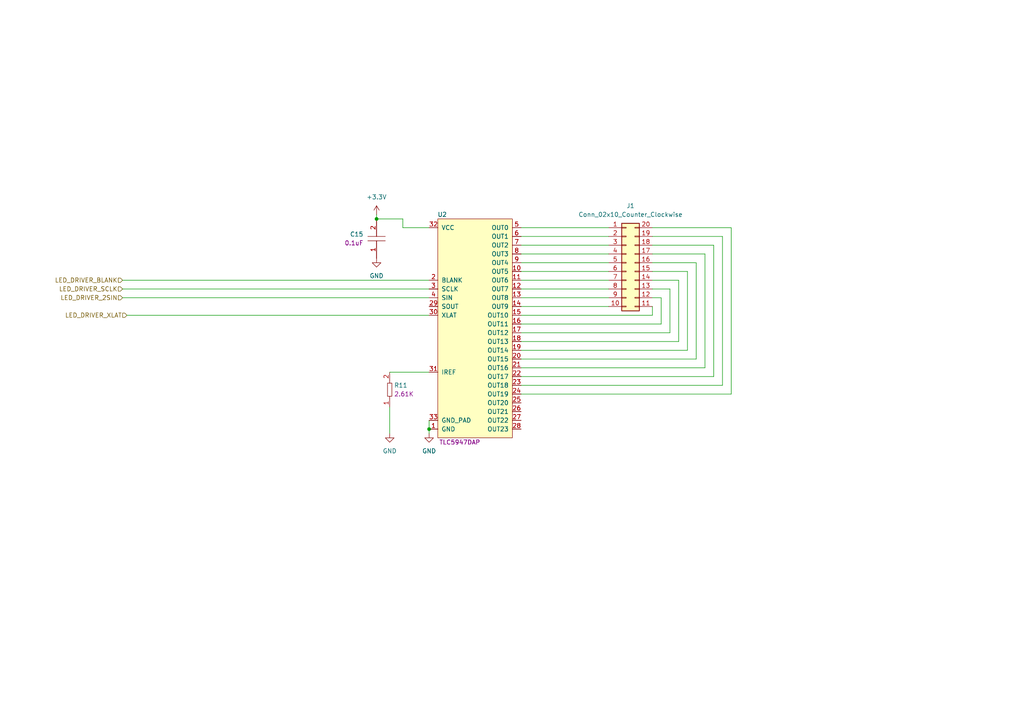
<source format=kicad_sch>
(kicad_sch (version 20230121) (generator eeschema)
  (paper "A4")
  (lib_symbols
    (symbol "AVR-KiCAD-Lib-Capacitors:CL10B104JB8NNNC" (pin_names (offset 1.016))
      (property "Reference" "C" (at -2.54 2.54 0))
      (property "_Value_" "0.1uF" (at 58.42 63.5 0))
      (symbol "CL10B104JB8NNNC_1_1"
        (polyline (pts (xy 0 2.54) (xy 0 -2.54)))
        (polyline (pts (xy 1.27 2.54) (xy 1.27 -2.54)))
        (pin input line (at -5.08 0 0) (length 5.08) (name "~") (number "1"))
        (pin input line (at 6.35 0 180) (length 5.08) (name "~") (number "2"))
      )
    )
    (symbol "AVR-KiCAD-Lib-ICs:TLC5947DAP" (pin_names (offset 1.016))
      (property "Reference" "U" (at 0 62.23 0))
      (property "_Value_" "TLC5947DAP" (at 6.35 -3.81 0))
      (symbol "TLC5947DAP_1_1"
        (rectangle (start 0 60.96) (end 21.59 -2.54) (fill (type background)))
        (pin input line (at -2.54 0 0) (length 2.54) (name "GND") (number "1"))
        (pin output line (at 24.13 45.72 180) (length 2.54) (name "OUT5") (number "10"))
        (pin output line (at 24.13 43.18 180) (length 2.54) (name "OUT6") (number "11"))
        (pin output line (at 24.13 40.64 180) (length 2.54) (name "OUT7") (number "12"))
        (pin output line (at 24.13 38.1 180) (length 2.54) (name "OUT8") (number "13"))
        (pin output line (at 24.13 35.56 180) (length 2.54) (name "OUT9") (number "14"))
        (pin output line (at 24.13 33.02 180) (length 2.54) (name "OUT10") (number "15"))
        (pin output line (at 24.13 30.48 180) (length 2.54) (name "OUT11") (number "16"))
        (pin output line (at 24.13 27.94 180) (length 2.54) (name "OUT12") (number "17"))
        (pin output line (at 24.13 25.4 180) (length 2.54) (name "OUT13") (number "18"))
        (pin output line (at 24.13 22.86 180) (length 2.54) (name "OUT14") (number "19"))
        (pin input line (at -2.54 43.18 0) (length 2.54) (name "BLANK") (number "2"))
        (pin output line (at 24.13 20.32 180) (length 2.54) (name "OUT15") (number "20"))
        (pin output line (at 24.13 17.78 180) (length 2.54) (name "OUT16") (number "21"))
        (pin output line (at 24.13 15.24 180) (length 2.54) (name "OUT17") (number "22"))
        (pin output line (at 24.13 12.7 180) (length 2.54) (name "OUT18") (number "23"))
        (pin output line (at 24.13 10.16 180) (length 2.54) (name "OUT19") (number "24"))
        (pin output line (at 24.13 7.62 180) (length 2.54) (name "OUT20") (number "25"))
        (pin output line (at 24.13 5.08 180) (length 2.54) (name "OUT21") (number "26"))
        (pin output line (at 24.13 2.54 180) (length 2.54) (name "OUT22") (number "27"))
        (pin output line (at 24.13 0 180) (length 2.54) (name "OUT23") (number "28"))
        (pin output line (at -2.54 35.56 0) (length 2.54) (name "SOUT") (number "29"))
        (pin input line (at -2.54 40.64 0) (length 2.54) (name "SCLK") (number "3"))
        (pin input line (at -2.54 33.02 0) (length 2.54) (name "XLAT") (number "30"))
        (pin input line (at -2.54 16.51 0) (length 2.54) (name "IREF") (number "31"))
        (pin power_in line (at -2.54 58.42 0) (length 2.54) (name "VCC") (number "32"))
        (pin passive line (at -2.54 2.54 0) (length 2.54) (name "GND_PAD") (number "33"))
        (pin input line (at -2.54 38.1 0) (length 2.54) (name "SIN") (number "4"))
        (pin output line (at 24.13 58.42 180) (length 2.54) (name "OUT0") (number "5"))
        (pin output line (at 24.13 55.88 180) (length 2.54) (name "OUT1") (number "6"))
        (pin output line (at 24.13 53.34 180) (length 2.54) (name "OUT2") (number "7"))
        (pin output line (at 24.13 50.8 180) (length 2.54) (name "OUT3") (number "8"))
        (pin output line (at 24.13 48.26 180) (length 2.54) (name "OUT4") (number "9"))
      )
    )
    (symbol "AVR-KiCAD-Lib-Resistors:RMCF0603FT2K61" (pin_names (offset 1.016))
      (property "Reference" "R" (at -2.54 2.54 0))
      (property "Value" "RMCF0603FT2K61" (at 1.27 5.08 0))
      (property "_Value_" "2.61K" (at 58.42 63.5 0))
      (symbol "RMCF0603FT2K61_0_1"
        (rectangle (start -1.905 0.635) (end 1.905 -0.635))
        (polyline (pts (xy -2.54 0) (xy -1.905 0)))
        (polyline (pts (xy -1.905 0) (xy -1.905 0)))
        (polyline (pts (xy 1.905 0) (xy 1.905 0)))
        (polyline (pts (xy 2.54 0) (xy 1.905 0)))
      )
      (symbol "RMCF0603FT2K61_1_1"
        (pin passive line (at -5.08 0 0) (length 2.5146) (name "~") (number "1"))
        (pin passive line (at 5.08 0 180) (length 2.5146) (name "~") (number "2"))
      )
    )
    (symbol "Connector_Generic:Conn_02x10_Counter_Clockwise" (pin_names (offset 1.016) hide)
      (property "Reference" "J" (at 1.27 12.7 0))
      (property "Value" "Conn_02x10_Counter_Clockwise" (at 1.27 -15.24 0))
      (symbol "Conn_02x10_Counter_Clockwise_1_1"
        (rectangle (start -1.27 -12.573) (end 0 -12.827) (stroke (width 0.1524)))
        (rectangle (start -1.27 -10.033) (end 0 -10.287) (stroke (width 0.1524)))
        (rectangle (start -1.27 -7.493) (end 0 -7.747) (stroke (width 0.1524)))
        (rectangle (start -1.27 -4.953) (end 0 -5.207) (stroke (width 0.1524)))
        (rectangle (start -1.27 -2.413) (end 0 -2.667) (stroke (width 0.1524)))
        (rectangle (start -1.27 0.127) (end 0 -0.127) (stroke (width 0.1524)))
        (rectangle (start -1.27 2.667) (end 0 2.413) (stroke (width 0.1524)))
        (rectangle (start -1.27 5.207) (end 0 4.953) (stroke (width 0.1524)))
        (rectangle (start -1.27 7.747) (end 0 7.493) (stroke (width 0.1524)))
        (rectangle (start -1.27 10.287) (end 0 10.033) (stroke (width 0.1524)))
        (rectangle (start -1.27 11.43) (end 3.81 -13.97) (stroke (width 0.254)) (fill (type background)))
        (rectangle (start 3.81 -12.573) (end 2.54 -12.827) (stroke (width 0.1524)))
        (rectangle (start 3.81 -10.033) (end 2.54 -10.287) (stroke (width 0.1524)))
        (rectangle (start 3.81 -7.493) (end 2.54 -7.747) (stroke (width 0.1524)))
        (rectangle (start 3.81 -4.953) (end 2.54 -5.207) (stroke (width 0.1524)))
        (rectangle (start 3.81 -2.413) (end 2.54 -2.667) (stroke (width 0.1524)))
        (rectangle (start 3.81 0.127) (end 2.54 -0.127) (stroke (width 0.1524)))
        (rectangle (start 3.81 2.667) (end 2.54 2.413) (stroke (width 0.1524)))
        (rectangle (start 3.81 5.207) (end 2.54 4.953) (stroke (width 0.1524)))
        (rectangle (start 3.81 7.747) (end 2.54 7.493) (stroke (width 0.1524)))
        (rectangle (start 3.81 10.287) (end 2.54 10.033) (stroke (width 0.1524)))
        (pin passive line (at -5.08 10.16 0) (length 3.81) (name "Pin_1") (number "1"))
        (pin passive line (at -5.08 -12.7 0) (length 3.81) (name "Pin_10") (number "10"))
        (pin passive line (at 7.62 -12.7 180) (length 3.81) (name "Pin_11") (number "11"))
        (pin passive line (at 7.62 -10.16 180) (length 3.81) (name "Pin_12") (number "12"))
        (pin passive line (at 7.62 -7.62 180) (length 3.81) (name "Pin_13") (number "13"))
        (pin passive line (at 7.62 -5.08 180) (length 3.81) (name "Pin_14") (number "14"))
        (pin passive line (at 7.62 -2.54 180) (length 3.81) (name "Pin_15") (number "15"))
        (pin passive line (at 7.62 0 180) (length 3.81) (name "Pin_16") (number "16"))
        (pin passive line (at 7.62 2.54 180) (length 3.81) (name "Pin_17") (number "17"))
        (pin passive line (at 7.62 5.08 180) (length 3.81) (name "Pin_18") (number "18"))
        (pin passive line (at 7.62 7.62 180) (length 3.81) (name "Pin_19") (number "19"))
        (pin passive line (at -5.08 7.62 0) (length 3.81) (name "Pin_2") (number "2"))
        (pin passive line (at 7.62 10.16 180) (length 3.81) (name "Pin_20") (number "20"))
        (pin passive line (at -5.08 5.08 0) (length 3.81) (name "Pin_3") (number "3"))
        (pin passive line (at -5.08 2.54 0) (length 3.81) (name "Pin_4") (number "4"))
        (pin passive line (at -5.08 0 0) (length 3.81) (name "Pin_5") (number "5"))
        (pin passive line (at -5.08 -2.54 0) (length 3.81) (name "Pin_6") (number "6"))
        (pin passive line (at -5.08 -5.08 0) (length 3.81) (name "Pin_7") (number "7"))
        (pin passive line (at -5.08 -7.62 0) (length 3.81) (name "Pin_8") (number "8"))
        (pin passive line (at -5.08 -10.16 0) (length 3.81) (name "Pin_9") (number "9"))
      )
    )
    (symbol "power:+3.3V" (power) (pin_names (offset 0))
      (property "Value" "+3.3V" (at 0 3.556 0))
      (symbol "+3.3V_0_1"
        (polyline (pts (xy -0.762 1.27) (xy 0 2.54)))
        (polyline (pts (xy 0 0) (xy 0 2.54)))
        (polyline (pts (xy 0 2.54) (xy 0.762 1.27)))
      )
      (symbol "+3.3V_1_1"
        (pin power_in line (at 0 0 90) (length 0) hide (name "+3.3V") (number "1"))
      )
    )
    (symbol "power:GND" (power) (pin_names (offset 0))
      (property "Value" "GND" (at 0 -3.81 0))
      (symbol "GND_0_1"
        (polyline (pts (xy 0 0) (xy 0 -1.27) (xy 1.27 -1.27) (xy 0 -2.54) (xy -1.27 -1.27) (xy 0 -1.27)))
      )
      (symbol "GND_1_1"
        (pin power_in line (at 0 0 270) (length 0) hide (name "GND") (number "1"))
      )
    )
  )
  (junction (at 124.46 124.46))
  (junction (at 109.22 63.5))
  (wire (pts (xy 151.13 99.06) (xy 196.85 99.06)))
  (wire (pts (xy 151.13 86.36) (xy 176.53 86.36)))
  (wire (pts (xy 109.22 63.5) (xy 116.84 63.5)))
  (wire (pts (xy 209.55 68.58) (xy 209.55 111.76)))
  (wire (pts (xy 151.13 83.82) (xy 176.53 83.82)))
  (wire (pts (xy 124.46 121.92) (xy 124.46 124.46)))
  (wire (pts (xy 207.01 71.12) (xy 189.23 71.12)))
  (wire (pts (xy 151.13 73.66) (xy 176.53 73.66)))
  (wire (pts (xy 35.56 86.36) (xy 124.46 86.36)))
  (wire (pts (xy 151.13 96.52) (xy 194.31 96.52)))
  (wire (pts (xy 189.23 91.44) (xy 189.23 88.9)))
  (wire (pts (xy 151.13 114.3) (xy 212.09 114.3)))
  (wire (pts (xy 35.56 83.82) (xy 124.46 83.82)))
  (wire (pts (xy 116.84 63.5) (xy 116.84 66.04)))
  (wire (pts (xy 113.03 107.95) (xy 124.46 107.95)))
  (wire (pts (xy 151.13 68.58) (xy 176.53 68.58)))
  (wire (pts (xy 151.13 78.74) (xy 176.53 78.74)))
  (wire (pts (xy 209.55 111.76) (xy 151.13 111.76)))
  (wire (pts (xy 212.09 66.04) (xy 189.23 66.04)))
  (wire (pts (xy 191.77 93.98) (xy 191.77 86.36)))
  (wire (pts (xy 151.13 93.98) (xy 191.77 93.98)))
  (wire (pts (xy 207.01 109.22) (xy 207.01 71.12)))
  (wire (pts (xy 109.22 62.23) (xy 109.22 63.5)))
  (wire (pts (xy 151.13 66.04) (xy 176.53 66.04)))
  (wire (pts (xy 35.56 81.28) (xy 124.46 81.28)))
  (wire (pts (xy 151.13 101.6) (xy 199.39 101.6)))
  (wire (pts (xy 204.47 73.66) (xy 204.47 106.68)))
  (wire (pts (xy 151.13 104.14) (xy 201.93 104.14)))
  (wire (pts (xy 194.31 96.52) (xy 194.31 83.82)))
  (wire (pts (xy 124.46 124.46) (xy 124.46 125.73)))
  (wire (pts (xy 199.39 101.6) (xy 199.39 78.74)))
  (wire (pts (xy 116.84 66.04) (xy 124.46 66.04)))
  (wire (pts (xy 113.03 118.11) (xy 113.03 125.73)))
  (wire (pts (xy 191.77 86.36) (xy 189.23 86.36)))
  (wire (pts (xy 151.13 88.9) (xy 176.53 88.9)))
  (wire (pts (xy 189.23 68.58) (xy 209.55 68.58)))
  (wire (pts (xy 204.47 106.68) (xy 151.13 106.68)))
  (wire (pts (xy 189.23 73.66) (xy 204.47 73.66)))
  (wire (pts (xy 151.13 71.12) (xy 176.53 71.12)))
  (wire (pts (xy 212.09 114.3) (xy 212.09 66.04)))
  (wire (pts (xy 151.13 109.22) (xy 207.01 109.22)))
  (wire (pts (xy 194.31 83.82) (xy 189.23 83.82)))
  (wire (pts (xy 201.93 104.14) (xy 201.93 76.2)))
  (wire (pts (xy 196.85 99.06) (xy 196.85 81.28)))
  (wire (pts (xy 199.39 78.74) (xy 189.23 78.74)))
  (wire (pts (xy 201.93 76.2) (xy 189.23 76.2)))
  (wire (pts (xy 196.85 81.28) (xy 189.23 81.28)))
  (wire (pts (xy 151.13 81.28) (xy 176.53 81.28)))
  (wire (pts (xy 151.13 91.44) (xy 189.23 91.44)))
  (wire (pts (xy 36.83 91.44) (xy 124.46 91.44)))
  (wire (pts (xy 151.13 76.2) (xy 176.53 76.2)))
  (hierarchical_label "LED_DRIVER_XLAT" (shape input) (at 36.83 91.44 180))
  (hierarchical_label "LED_DRIVER_2SIN" (shape input) (at 35.56 86.36 180))
  (hierarchical_label "LED_DRIVER_SCLK" (shape input) (at 35.56 83.82 180))
  (hierarchical_label "LED_DRIVER_BLANK" (shape input) (at 35.56 81.28 180))
  (symbol (lib_id "AVR-KiCAD-Lib-Capacitors:CL10B104JB8NNNC") (at 109.22 69.85 90) (unit 1)
    (property "Reference" "C15" (at 105.41 67.945 90) (effects (justify left)))
    (property "Value" "CL10B104JB8NNNC" (effects hide))
    (property "Footprint" "AVR-KiCAD-Lib-Capacitors:C0603" (effects hide))
    (property "Datasheet" "https://mm.digikey.com/Volume0/opasdata/d220001/medias/docus/609/CL10B104JB8NNNC_Spec.pdf" (effects hide))
    (property "Cost QTY: 1" "0.10000" (effects hide))
    (property "Cost QTY: 1000" "0.00975" (effects hide))
    (property "Cost QTY: 2500" "*" (effects hide))
    (property "Cost QTY: 5000" "*" (effects hide))
    (property "Cost QTY: 10000" "*" (effects hide))
    (property "MFR" "Samsung Electro-Mechanics" (effects hide))
    (property "MFR#" "CL10B104JB8NNNC" (effects hide))
    (property "Vendor" "Digikey" (effects hide))
    (property "Vendor #" "1276-1033-2-ND" (effects hide))
    (property "Designer" "Adam Vadala-Roth" (effects hide))
    (property "Height" "0.90" (effects hide))
    (property "Date Created" "10/3/2023" (effects hide))
    (property "Date Modified" "10/3/2023" (effects hide))
    (property "Lead-Free ?" "Yes" (effects hide))
    (property "RoHS Levels" "1" (effects hide))
    (property "Mounting" "SMT" (effects hide))
    (property "Pin Count #" "2" (effects hide))
    (property "Status" "Active" (effects hide))
    (property "Tolerance" "5%" (effects hide))
    (property "Type" "Capacitor" (effects hide))
    (property "Voltage" "50V" (effects hide))
    (property "Package" "0603" (effects hide))
    (property "Description" "0.1 µF ±5% 50V Ceramic Capacitor X7R 0603 (1608 Metric)" (effects hide))
    (property "_Value_" "0.1uF" (at 105.41 70.485 90) (effects (justify left)))
    (property "Management_ID" "*" (effects hide))
    (instances (project "JoyStick-Hat" (path "" (reference "C15") (unit 1)) (path "" (reference "C16") (unit 1))))
  )
  (symbol (lib_id "AVR-KiCAD-Lib-Resistors:RMCF0603FT2K61") (at 113.03 113.03 90) (unit 1)
    (property "Reference" "R11" (at 114.3 111.76 90) (effects (justify right)))
    (property "Value" "RMCF0603FT2K61" (effects hide))
    (property "Footprint" "AVR-KiCAD-Lib-Resistors:R0603" (effects hide))
    (property "Datasheet" "https://www.seielect.com/catalog/sei-rmcf_rmcp.pdf" (effects hide))
    (property "Cost QTY: 1" "0.10000" (effects hide))
    (property "Cost QTY: 1000" "0.00404" (effects hide))
    (property "Cost QTY: 2500" "*" (effects hide))
    (property "Cost QTY: 5000" "0.00288" (effects hide))
    (property "Cost QTY: 10000" "0.00253" (effects hide))
    (property "MFR" "Stackpole Electronics Inc" (effects hide))
    (property "MFR#" "RMCF0603FT2K61" (effects hide))
    (property "Vendor" "Digikey" (effects hide))
    (property "Vendor #" "RMCF0603FT2K61TR-ND" (effects hide))
    (property "Designer" "Adam Vadala-Roth" (effects hide))
    (property "Height" "0.55mm" (effects hide))
    (property "Date Created" "10/3/2023" (effects hide))
    (property "Date Modified" "10/3/2023" (effects hide))
    (property "Lead-Free ?" "Yes" (effects hide))
    (property "RoHS Levels" "1" (effects hide))
    (property "Mounting" "SMT" (effects hide))
    (property "Pin Count #" "2" (effects hide))
    (property "Status" "Active" (effects hide))
    (property "Tolerance" "1%" (effects hide))
    (property "Type" "Resistor" (effects hide))
    (property "Voltage" "N/A" (effects hide))
    (property "Package" "0603" (effects hide))
    (property "_Value_" "2.61K" (at 114.3 114.3 90) (effects (justify right)))
    (property "Management_ID" "*" (effects hide))
    (property "Description" "2.61 kOhms ±1% 0.1W, 1/10W Chip Resistor 0603 (1608 Metric) Automotive AEC-Q200 Thick Film" (effects hide))
    (instances (project "JoyStick-Hat" (path "" (reference "R11") (unit 1)) (path "" (reference "R12") (unit 1))))
  )
  (symbol (lib_id "AVR-KiCAD-Lib-ICs:TLC5947DAP") (at 127 124.46 0) (unit 1)
    (property "Reference" "U2" (at 128.27 62.23 0))
    (property "Value" "TLC5947DAP" (effects hide))
    (property "Footprint" "AVR-KiCAD-Lib-ICs:DAP32_4P36X4P11" (effects hide))
    (property "Datasheet" "https://www.ti.com/lit/ds/symlink/tlc5947.pdf" (effects hide))
    (property "Cost QTY: 1" "4.66000" (effects hide))
    (property "Cost QTY: 1000" "2.46319" (effects hide))
    (property "Cost QTY: 2500" "*" (effects hide))
    (property "Cost QTY: 5000" "*" (effects hide))
    (property "Cost QTY: 10000" "*" (effects hide))
    (property "MFR" "Texas Instruments" (effects hide))
    (property "MFR#" "TLC5947DAP" (effects hide))
    (property "Vendor" "Digikey" (effects hide))
    (property "Vendor #" "296-23576-5-ND" (effects hide))
    (property "Designer" "Adam Vadala-Roth" (effects hide))
    (property "Height" "1.2mm" (effects hide))
    (property "Date Created" "9/26/2023" (effects hide))
    (property "Date Modified" "9/26/2023" (effects hide))
    (property "Lead-Free ?" "Yes" (effects hide))
    (property "RoHS Levels" "1" (effects hide))
    (property "Mounting" "SMT" (effects hide))
    (property "Pin Count #" "32" (effects hide))
    (property "Status" "Active" (effects hide))
    (property "Tolerance" "N/A" (effects hide))
    (property "Type" "IC" (effects hide))
    (property "Voltage" "3-5.5VDC" (effects hide))
    (property "Package" "32-HTSSOP" (effects hide))
    (property "Description" "IC LED DRVR LINEAR 30MA 32HTSSOP" (effects hide))
    (property "_Value_" "TLC5947DAP" (at 133.35 128.27 0))
    (property "Management_ID" "*" (effects hide))
    (instances (project "JoyStick-Hat" (path "" (reference "U2") (unit 1)) (path "" (reference "U3") (unit 1))))
  )
  (symbol (lib_id "Connector_Generic:Conn_02x10_Counter_Clockwise") (at 181.61 76.2 0) (unit 1)
    (property "Reference" "J1" (at 182.88 59.69 0))
    (property "Value" "Conn_02x10_Counter_Clockwise" (at 182.88 62.23 0))
    (property "Footprint" "Connector_PinHeader_2.54mm:PinHeader_2x10_P2.54mm_Vertical" (effects hide))
    (instances (project "JoyStick-Hat" (path "" (reference "J1") (unit 1)) (path "" (reference "J2") (unit 1))))
  )
  (symbol (lib_id "power:GND") (at 124.46 125.73 0) (unit 1)
    (property "Reference" "#PWR030" (effects hide))
    (property "Value" "GND" (at 124.46 130.81 0))
  )
  (symbol (lib_id "power:GND") (at 109.22 74.93 0) (unit 1)
    (property "Reference" "#PWR036" (effects hide))
    (property "Value" "GND" (at 109.22 80.01 0))
    (instances (project "JoyStick-Hat" (path "" (reference "#PWR036") (unit 1)) (path "" (reference "#PWR034") (unit 1))))
  )
  (symbol (lib_id "power:+3.3V") (at 109.22 62.23 0) (unit 1)
    (property "Reference" "#PWR032" (effects hide))
    (property "Value" "+3.3V" (at 109.22 57.15 0))
    (instances (project "JoyStick-Hat" (path "" (reference "#PWR032") (unit 1)) (path "" (reference "#PWR035") (unit 1))))
  )
  (symbol (lib_id "power:GND") (at 113.03 125.73 0) (unit 1)
    (property "Reference" "#PWR037" (effects hide))
    (property "Value" "GND" (at 113.03 130.81 0))
    (instances (project "JoyStick-Hat" (path "" (reference "#PWR037") (unit 1)) (path "" (reference "#PWR033") (unit 1))))
  )
)
</source>
